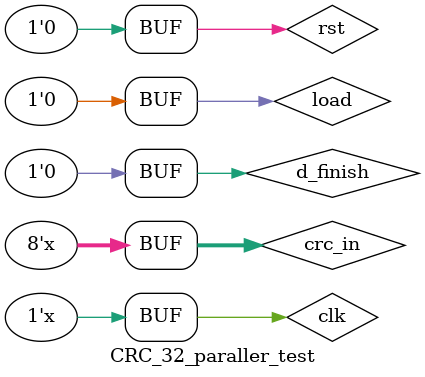
<source format=v>
module CRC_32_paraller_test; 
reg clk; 
reg rst; 
reg load;
reg d_finish; 
reg [7:0] crc_in; 
wire [7:0] crc_out; 
parameter clk_period = 40; 
//
initial 
begin 
 #clk_period clk = 1; 
 #clk_period rst = 1; 
 #clk_period rst = 0; 
 #clk_period crc_in[7:0] = 8'b1010_1010; //
 #clk_period load = 1; 
 #clk_period load = 0; 
 #clk_period d_finish = 0; 
 #(10*clk_period) d_finish = 1; 
 #clk_period d_finish = 0; 
end 
always #(clk_period/2) clk = ~clk; 
always #(clk_period) crc_in[7:0] = ~crc_in[7:0]; //
//
CRC_32_paraller 
u1(.clk(clk), .rst(rst), .load(load), .d_finish(d_finish), .crc_in(crc_in), .crc_out(crc_out)); 
endmodule 

</source>
